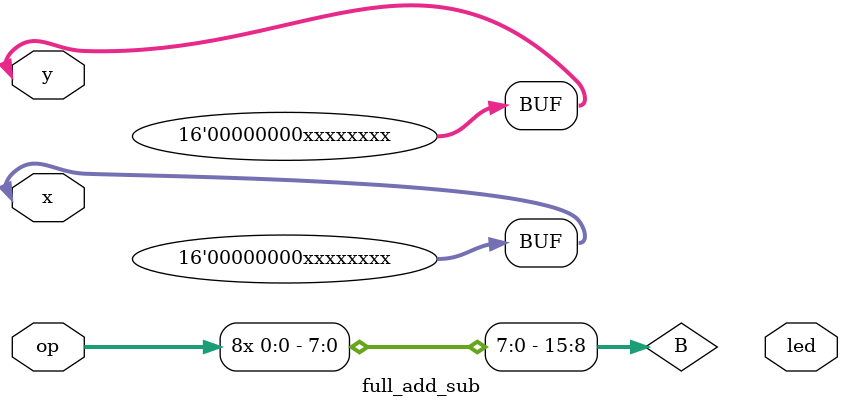
<source format=v>
`timescale 1ns / 1ps


module full_add_sub(
    input [15:0] x, y,    // x and y (temporary)
    input op,           // 0 for add and 1 for subtract
    output [15:0] led   // temporary output
    );
    
    wire [15:0] c;       // carry-in/carry-out for adder
    wire [15:0] x, y;    // x is MSB, y is LSB
    wire [15:0] B;       // the XOR output for y
    wire [15:0] s;       // sum of x and y
    
    
    assign x = sw[15:8];
    assign y = sw[7:0];
    
    // XOR logic outputs
    xor (B[0], y[0], op);
    xor (B[1], y[1], op);
    xor (B[2], y[2], op);
    xor (B[3], y[3], op);
    xor (B[4], y[4], op);
    xor (B[5], y[5], op);
    xor (B[6], y[6], op);
    xor (B[7], y[7], op);
    xor (B[8], y[8], op);
    xor (B[9], y[9], op);
    xor (B[10], y[10], op);
    xor (B[11], y[11], op);
    xor (B[12], y[12], op);
    xor (B[13], y[13], op);
    xor (B[14], y[14], op);
    xor (B[15], y[15], op);
    
    // sends each bit to the full adder
    fullAdd a0(x[0], B[0], 1'b0, s[0], c[0]);
    fullAdd a1(x[1], B[1], c[0], s[1], c[1]);
    fullAdd a2(x[2], B[2], c[1], s[2], c[2]);
    fullAdd a3(x[3], B[3], c[2], s[3], c[3]);
    fullAdd a4(x[4], B[4], c[3], s[4], c[4]);
    fullAdd a5(x[5], B[5], c[4], s[5], c[5]);
    fullAdd a6(x[6], B[6], c[5], s[6], c[6]);
    fullAdd a7(x[7], B[7], c[6], s[7], c[7]);
    fullAdd a8(x[7], B[8], c[7], s[8], c[8]);
    fullAdd a9(x[7], B[9], c[8], s[9], c[9]);
    fullAdd a10(x[10], B[10], c[9], s[10], c[10]);
    fullAdd a11(x[11], B[11], c[10], s[11], c[11]);
    fullAdd a12(x[12], B[12], c[11], s[12], c[12]);
    fullAdd a13(x[13], B[13], c[12], s[13], c[13]);
    fullAdd a14(x[14], B[14], c[13], s[14], c[14]);
    fullAdd a15(x[15], B[15], c[14], s[15], c[15]);
endmodule

</source>
